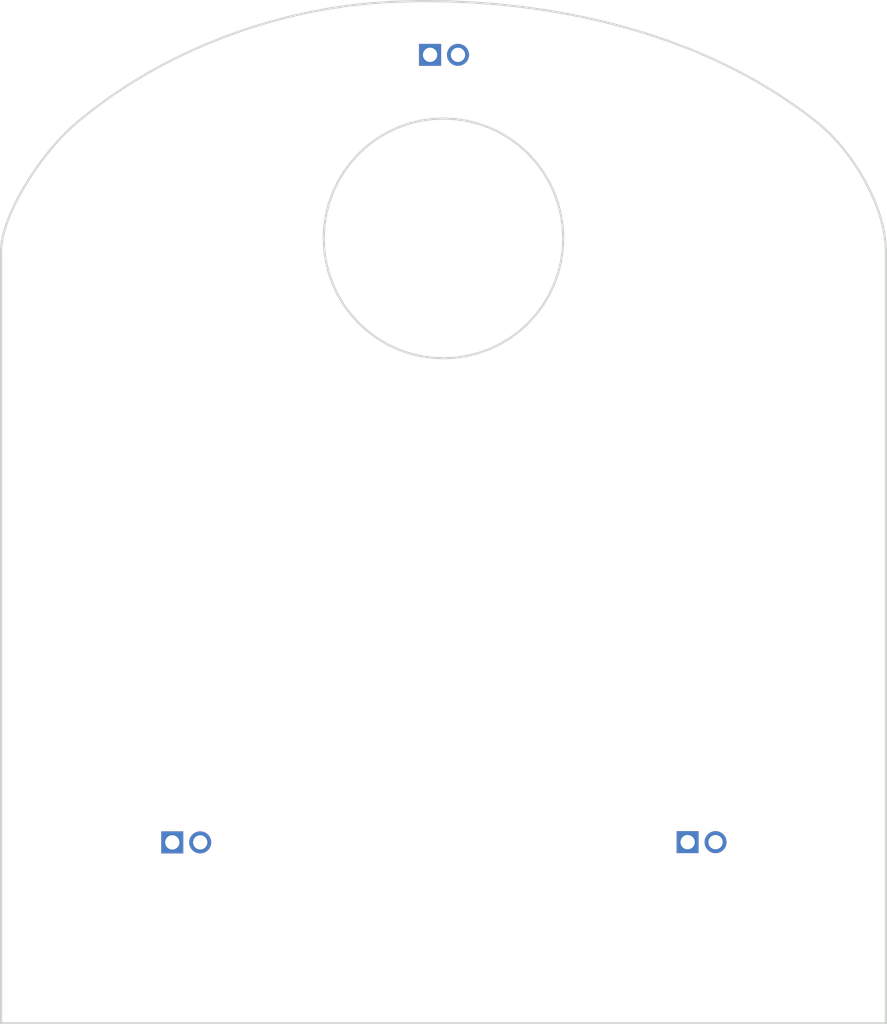
<source format=kicad_pcb>
(kicad_pcb (version 20171130) (host pcbnew "(5.1.5)-3")

  (general
    (thickness 1)
    (drawings 136)
    (tracks 0)
    (zones 0)
    (modules 3)
    (nets 1)
  )

  (page A4)
  (layers
    (0 F.Cu signal)
    (31 B.Cu signal)
    (32 B.Adhes user)
    (33 F.Adhes user)
    (34 B.Paste user)
    (35 F.Paste user)
    (36 B.SilkS user)
    (37 F.SilkS user)
    (38 B.Mask user)
    (39 F.Mask user)
    (40 Dwgs.User user)
    (41 Cmts.User user)
    (42 Eco1.User user)
    (43 Eco2.User user)
    (44 Edge.Cuts user)
    (45 Margin user)
    (46 B.CrtYd user)
    (47 F.CrtYd user)
    (48 B.Fab user)
    (49 F.Fab user)
  )

  (setup
    (last_trace_width 0.25)
    (trace_clearance 0.2)
    (zone_clearance 0.508)
    (zone_45_only no)
    (trace_min 0.2)
    (via_size 0.6)
    (via_drill 0.4)
    (via_min_size 0.4)
    (via_min_drill 0.3)
    (uvia_size 0.3)
    (uvia_drill 0.1)
    (uvias_allowed no)
    (uvia_min_size 0.2)
    (uvia_min_drill 0.1)
    (edge_width 0.15)
    (segment_width 0.2)
    (pcb_text_width 0.3)
    (pcb_text_size 1.5 1.5)
    (mod_edge_width 0.15)
    (mod_text_size 1 1)
    (mod_text_width 0.15)
    (pad_size 1.524 1.524)
    (pad_drill 0.762)
    (pad_to_mask_clearance 0.2)
    (aux_axis_origin 0 0)
    (visible_elements 7FFFFFFF)
    (pcbplotparams
      (layerselection 0x010f0_80000001)
      (usegerberextensions false)
      (usegerberattributes false)
      (usegerberadvancedattributes false)
      (creategerberjobfile false)
      (excludeedgelayer true)
      (linewidth 0.100000)
      (plotframeref false)
      (viasonmask false)
      (mode 1)
      (useauxorigin false)
      (hpglpennumber 1)
      (hpglpenspeed 20)
      (hpglpendiameter 15.000000)
      (psnegative false)
      (psa4output false)
      (plotreference true)
      (plotvalue true)
      (plotinvisibletext false)
      (padsonsilk false)
      (subtractmaskfromsilk false)
      (outputformat 1)
      (mirror false)
      (drillshape 1)
      (scaleselection 1)
      (outputdirectory "gerbers/"))
  )

  (net 0 "")

  (net_class Default "This is the default net class."
    (clearance 0.2)
    (trace_width 0.25)
    (via_dia 0.6)
    (via_drill 0.4)
    (uvia_dia 0.3)
    (uvia_drill 0.1)
  )

  (module Swadge_Parts:blade-plate-no-teeth (layer F.Cu) (tedit 5EC075C7) (tstamp 5EC07BE9)
    (at 0 0)
    (fp_text reference Ref** (at 0 0) (layer F.SilkS) hide
      (effects (font (size 1.27 1.27) (thickness 0.15)))
    )
    (fp_text value Val** (at 0 0) (layer F.SilkS) hide
      (effects (font (size 1.27 1.27) (thickness 0.15)))
    )
    (fp_poly (pts (xy 0.579929 -17.922827) (xy 1.071644 -17.858983) (xy 1.418167 -17.78504) (xy 2.053651 -17.577799)
      (xy 2.653373 -17.297126) (xy 3.211796 -16.948551) (xy 3.72338 -16.537601) (xy 4.182586 -16.069806)
      (xy 4.583877 -15.550693) (xy 4.921714 -14.985791) (xy 5.190557 -14.380628) (xy 5.356846 -13.853599)
      (xy 5.487551 -13.191077) (xy 5.537341 -12.533702) (xy 5.509722 -11.886933) (xy 5.408205 -11.256231)
      (xy 5.236297 -10.647056) (xy 4.997509 -10.064867) (xy 4.695347 -9.515126) (xy 4.333322 -9.003293)
      (xy 3.914942 -8.534827) (xy 3.443716 -8.115189) (xy 2.923152 -7.749839) (xy 2.35676 -7.444237)
      (xy 1.748047 -7.203844) (xy 1.100523 -7.03412) (xy 0.957538 -7.007552) (xy 0.689837 -6.974347)
      (xy 0.367062 -6.954464) (xy 0.016433 -6.947855) (xy -0.334824 -6.954468) (xy -0.659488 -6.974256)
      (xy -0.930336 -7.007168) (xy -0.9525 -7.011015) (xy -1.59728 -7.168925) (xy -2.220758 -7.40493)
      (xy -2.813373 -7.713446) (xy -3.365567 -8.088888) (xy -3.867778 -8.52567) (xy -4.241087 -8.932333)
      (xy -4.632396 -9.47166) (xy -4.952746 -10.051838) (xy -5.20042 -10.664995) (xy -5.373701 -11.303258)
      (xy -5.470872 -11.958756) (xy -5.485047 -12.446) (xy -5.334 -12.446) (xy -5.320665 -11.990553)
      (xy -5.27728 -11.583033) (xy -5.198773 -11.190468) (xy -5.080072 -10.779886) (xy -5.075637 -10.766335)
      (xy -4.832169 -10.158662) (xy -4.514697 -9.585813) (xy -4.129096 -9.054543) (xy -3.68124 -8.571609)
      (xy -3.177003 -8.143768) (xy -2.622262 -7.777776) (xy -2.349164 -7.630755) (xy -1.99993 -7.475749)
      (xy -1.603337 -7.333121) (xy -1.196691 -7.214936) (xy -0.817298 -7.13326) (xy -0.804333 -7.131106)
      (xy -0.562879 -7.104094) (xy -0.265973 -7.090074) (xy 0.061063 -7.088483) (xy 0.392908 -7.098756)
      (xy 0.704241 -7.120327) (xy 0.969742 -7.152634) (xy 1.0795 -7.173097) (xy 1.74222 -7.358596)
      (xy 2.360151 -7.615574) (xy 2.936405 -7.945694) (xy 3.47409 -8.350619) (xy 3.749422 -8.600895)
      (xy 4.210995 -9.103302) (xy 4.59708 -9.643646) (xy 4.906778 -10.219802) (xy 5.13919 -10.829644)
      (xy 5.293416 -11.471047) (xy 5.368557 -12.141887) (xy 5.376334 -12.446) (xy 5.336293 -13.129125)
      (xy 5.216773 -13.783749) (xy 5.018671 -14.407747) (xy 4.742887 -14.998994) (xy 4.390319 -15.555366)
      (xy 3.961868 -16.074737) (xy 3.749422 -16.291105) (xy 3.230005 -16.739607) (xy 2.680108 -17.10919)
      (xy 2.098405 -17.400428) (xy 1.483569 -17.613892) (xy 0.834272 -17.750155) (xy 0.232834 -17.80668)
      (xy -0.423356 -17.794042) (xy -1.066089 -17.700902) (xy -1.688722 -17.53115) (xy -2.28461 -17.288678)
      (xy -2.847109 -16.977375) (xy -3.369574 -16.601133) (xy -3.845361 -16.163841) (xy -4.267825 -15.66939)
      (xy -4.630321 -15.121671) (xy -4.759604 -14.883521) (xy -5.013129 -14.311557) (xy -5.190916 -13.732248)
      (xy -5.296611 -13.130123) (xy -5.333861 -12.489708) (xy -5.334 -12.446) (xy -5.485047 -12.446)
      (xy -5.490215 -12.623614) (xy -5.430014 -13.289962) (xy -5.314512 -13.853599) (xy -5.10648 -14.490345)
      (xy -4.825848 -15.08923) (xy -4.478011 -15.645331) (xy -4.068367 -16.153724) (xy -3.602312 -16.609486)
      (xy -3.085243 -17.007693) (xy -2.522557 -17.343422) (xy -1.919649 -17.611748) (xy -1.281917 -17.80775)
      (xy -0.893321 -17.88717) (xy -0.434137 -17.938316) (xy 0.067474 -17.949736) (xy 0.579929 -17.922827)) (layer F.Fab) (width 0.01))
    (fp_poly (pts (xy 0.166553 -23.274805) (xy 0.585445 -23.268112) (xy 0.956334 -23.257308) (xy 1.216092 -23.245211)
      (xy 2.819107 -23.118858) (xy 4.382433 -22.926532) (xy 5.904043 -22.66892) (xy 7.381911 -22.346708)
      (xy 8.814009 -21.960581) (xy 10.198311 -21.511226) (xy 11.532789 -20.999328) (xy 12.815417 -20.425574)
      (xy 14.044168 -19.790649) (xy 15.217014 -19.09524) (xy 16.33193 -18.340032) (xy 16.848667 -17.954376)
      (xy 17.416796 -17.470989) (xy 17.95219 -16.924842) (xy 18.447814 -16.32698) (xy 18.896632 -15.688448)
      (xy 19.291608 -15.02029) (xy 19.625706 -14.333551) (xy 19.891889 -13.639277) (xy 20.083122 -12.94851)
      (xy 20.105794 -12.841517) (xy 20.193 -12.411534) (xy 20.193 23.283333) (xy -20.151255 23.283333)
      (xy -20.151178 23.156333) (xy -20.024162 23.156333) (xy 20.066 23.156333) (xy 20.066 5.466545)
      (xy 20.066031 3.995631) (xy 20.066103 2.606929) (xy 20.066184 1.297988) (xy 20.066245 0.066353)
      (xy 20.066255 -1.09043) (xy 20.066182 -2.174813) (xy 20.065996 -3.18925) (xy 20.065666 -4.136194)
      (xy 20.065161 -5.0181) (xy 20.06445 -5.83742) (xy 20.063503 -6.596608) (xy 20.062289 -7.298117)
      (xy 20.060777 -7.944401) (xy 20.058935 -8.537913) (xy 20.056734 -9.081107) (xy 20.054143 -9.576436)
      (xy 20.05113 -10.026354) (xy 20.047665 -10.433313) (xy 20.043717 -10.799768) (xy 20.039255 -11.128172)
      (xy 20.034249 -11.420979) (xy 20.028667 -11.680641) (xy 20.022478 -11.909613) (xy 20.015653 -12.110347)
      (xy 20.00816 -12.285298) (xy 19.999968 -12.436918) (xy 19.991047 -12.567661) (xy 19.981365 -12.679981)
      (xy 19.970892 -12.776331) (xy 19.959597 -12.859165) (xy 19.947449 -12.930935) (xy 19.934417 -12.994095)
      (xy 19.920472 -13.0511) (xy 19.90558 -13.104402) (xy 19.889713 -13.156454) (xy 19.872839 -13.209711)
      (xy 19.854927 -13.266625) (xy 19.835947 -13.32965) (xy 19.829624 -13.351575) (xy 19.637711 -13.915914)
      (xy 19.380974 -14.502642) (xy 19.069811 -15.09529) (xy 18.71462 -15.677389) (xy 18.325801 -16.232471)
      (xy 17.913751 -16.744067) (xy 17.488869 -17.195708) (xy 17.280186 -17.389218) (xy 16.564538 -17.977953)
      (xy 15.773214 -18.551764) (xy 14.914502 -19.106588) (xy 13.996695 -19.638357) (xy 13.028082 -20.143008)
      (xy 12.016955 -20.616476) (xy 10.971602 -21.054695) (xy 9.900316 -21.4536) (xy 8.811386 -21.809127)
      (xy 7.713104 -22.11721) (xy 7.5565 -22.156968) (xy 6.113511 -22.48357) (xy 4.654152 -22.743657)
      (xy 3.168189 -22.938541) (xy 1.645382 -23.069536) (xy 0.075495 -23.137954) (xy -0.127 -23.142217)
      (xy -1.178175 -23.148331) (xy -2.165465 -23.125036) (xy -3.105005 -23.070587) (xy -4.012927 -22.98324)
      (xy -4.905368 -22.861251) (xy -5.79846 -22.702877) (xy -6.708337 -22.506372) (xy -7.2638 -22.37077)
      (xy -8.553889 -22.002371) (xy -9.843034 -21.553121) (xy -11.122044 -21.026433) (xy -12.043833 -20.595118)
      (xy -12.943273 -20.132839) (xy -13.77801 -19.661372) (xy -14.567935 -19.168091) (xy -15.332942 -18.640367)
      (xy -16.092925 -18.065575) (xy -16.340666 -17.867731) (xy -16.908179 -17.368354) (xy -17.456557 -16.806973)
      (xy -17.977168 -16.196022) (xy -18.461382 -15.547936) (xy -18.900565 -14.875151) (xy -19.286088 -14.190101)
      (xy -19.609319 -13.505221) (xy -19.861625 -12.832946) (xy -19.883681 -12.7635) (xy -20.0025 -12.3825)
      (xy -20.013331 5.386917) (xy -20.024162 23.156333) (xy -20.151178 23.156333) (xy -20.140378 5.386917)
      (xy -20.1295 -12.5095) (xy -19.949005 -13.034162) (xy -19.678157 -13.720316) (xy -19.334734 -14.421483)
      (xy -18.926269 -15.125281) (xy -18.460299 -15.819326) (xy -17.944359 -16.491233) (xy -17.600714 -16.893482)
      (xy -17.169141 -17.341953) (xy -16.663345 -17.803604) (xy -16.091601 -18.27259) (xy -15.462188 -18.743066)
      (xy -14.783384 -19.209186) (xy -14.063464 -19.665106) (xy -13.310708 -20.104979) (xy -12.533391 -20.522961)
      (xy -12.276666 -20.653212) (xy -11.026825 -21.238056) (xy -9.76705 -21.746821) (xy -8.488913 -22.181953)
      (xy -7.183987 -22.545901) (xy -5.843842 -22.84111) (xy -4.460052 -23.070029) (xy -3.575074 -23.179895)
      (xy -3.321028 -23.202062) (xy -2.995611 -23.221746) (xy -2.612086 -23.238765) (xy -2.183716 -23.252939)
      (xy -1.723767 -23.264087) (xy -1.245502 -23.272029) (xy -0.762184 -23.276583) (xy -0.287078 -23.277569)
      (xy 0.166553 -23.274805)) (layer F.Fab) (width 0.01))
    (pad 1 thru_hole circle (at 0.66 -20.79 180) (size 1 1) (drill 0.65) (layers *.Cu *.Mask))
    (pad 2 thru_hole rect (at -0.61 -20.79 90) (size 1 1) (drill 0.65) (layers *.Cu *.Mask))
    (pad 1 thru_hole circle (at 12.38 15 180) (size 1 1) (drill 0.65) (layers *.Cu *.Mask))
    (pad 2 thru_hole rect (at 11.11 15 90) (size 1 1) (drill 0.65) (layers *.Cu *.Mask))
    (pad 2 thru_hole rect (at -12.34 15.01 90) (size 1 1) (drill 0.65) (layers *.Cu *.Mask))
    (pad 1 thru_hole circle (at -11.07 15.01 180) (size 1 1) (drill 0.65) (layers *.Cu *.Mask))
  )

  (module LOGO (layer F.Cu) (tedit 0) (tstamp 0)
    (at 0 0)
    (fp_text reference G*** (at 0 0) (layer F.SilkS) hide
      (effects (font (size 1.524 1.524) (thickness 0.3)))
    )
    (fp_text value LOGO (at 0.75 0) (layer F.SilkS) hide
      (effects (font (size 1.524 1.524) (thickness 0.3)))
    )
  )

  (module LOGO (layer F.Cu) (tedit 0) (tstamp 0)
    (at 0 0)
    (fp_text reference G*** (at 0 0) (layer F.SilkS) hide
      (effects (font (size 1.524 1.524) (thickness 0.3)))
    )
    (fp_text value LOGO (at 0.75 0) (layer F.SilkS) hide
      (effects (font (size 1.524 1.524) (thickness 0.3)))
    )
  )

  (gr_line (start -1.087151 -23.231668) (end -2.351157 -23.198078) (layer Edge.Cuts) (width 0.1))
  (gr_line (start -2.351157 -23.198078) (end -3.311305 -23.135033) (layer Edge.Cuts) (width 0.1))
  (gr_line (start -3.311305 -23.135033) (end -4.274037 -23.03168) (layer Edge.Cuts) (width 0.1))
  (gr_line (start -4.274037 -23.03168) (end -5.236769 -22.88957) (layer Edge.Cuts) (width 0.1))
  (gr_line (start -5.236769 -22.88957) (end -6.196917 -22.708186) (layer Edge.Cuts) (width 0.1))
  (gr_line (start -6.196917 -22.708186) (end -7.152931 -22.489078) (layer Edge.Cuts) (width 0.1))
  (gr_line (start -7.152931 -22.489078) (end -8.10171 -22.231729) (layer Edge.Cuts) (width 0.1))
  (gr_line (start -8.10171 -22.231729) (end -9.040671 -21.93769) (layer Edge.Cuts) (width 0.1))
  (gr_line (start -9.040671 -21.93769) (end -9.968263 -21.606961) (layer Edge.Cuts) (width 0.1))
  (gr_line (start -9.968263 -21.606961) (end -10.881902 -21.240058) (layer Edge.Cuts) (width 0.1))
  (gr_line (start -10.881902 -21.240058) (end -11.779005 -20.838016) (layer Edge.Cuts) (width 0.1))
  (gr_line (start -11.779005 -20.838016) (end -12.657504 -20.400833) (layer Edge.Cuts) (width 0.1))
  (gr_line (start -12.657504 -20.400833) (end -13.514299 -19.929544) (layer Edge.Cuts) (width 0.1))
  (gr_line (start -13.514299 -19.929544) (end -14.348357 -19.424665) (layer Edge.Cuts) (width 0.1))
  (gr_line (start -14.348357 -19.424665) (end -15.15606 -18.886714) (layer Edge.Cuts) (width 0.1))
  (gr_line (start -15.15606 -18.886714) (end -15.935857 -18.315689) (layer Edge.Cuts) (width 0.1))
  (gr_line (start -15.935857 -18.315689) (end -16.684649 -17.713142) (layer Edge.Cuts) (width 0.1))
  (gr_line (start -16.684649 -17.713142) (end -17.007626 -17.424787) (layer Edge.Cuts) (width 0.1))
  (gr_line (start -17.007626 -17.424787) (end -17.327503 -17.108011) (layer Edge.Cuts) (width 0.1))
  (gr_line (start -17.327503 -17.108011) (end -17.642729 -16.76643) (layer Edge.Cuts) (width 0.1))
  (gr_line (start -17.642729 -16.76643) (end -17.949687 -16.404178) (layer Edge.Cuts) (width 0.1))
  (gr_line (start -17.949687 -16.404178) (end -18.247344 -16.024873) (layer Edge.Cuts) (width 0.1))
  (gr_line (start -18.247344 -16.024873) (end -18.532081 -15.633682) (layer Edge.Cuts) (width 0.1))
  (gr_line (start -18.532081 -15.633682) (end -18.801315 -15.23319) (layer Edge.Cuts) (width 0.1))
  (gr_line (start -18.801315 -15.23319) (end -19.053496 -14.828047) (layer Edge.Cuts) (width 0.1))
  (gr_line (start -19.053496 -14.828047) (end -19.285006 -14.42187) (layer Edge.Cuts) (width 0.1))
  (gr_line (start -19.285006 -14.42187) (end -19.493779 -14.019311) (layer Edge.Cuts) (width 0.1))
  (gr_line (start -19.493779 -14.019311) (end -19.677747 -13.623469) (layer Edge.Cuts) (width 0.1))
  (gr_line (start -19.677747 -13.623469) (end -19.83381 -13.238996) (layer Edge.Cuts) (width 0.1))
  (gr_line (start -19.83381 -13.238996) (end -19.959384 -12.86951) (layer Edge.Cuts) (width 0.1))
  (gr_line (start -19.959384 -12.86951) (end -20.052401 -12.51966) (layer Edge.Cuts) (width 0.1))
  (gr_line (start -20.052401 -12.51966) (end -20.109762 -12.192549) (layer Edge.Cuts) (width 0.1))
  (gr_line (start -20.109762 -12.192549) (end -20.129399 -11.892309) (layer Edge.Cuts) (width 0.1))
  (gr_line (start -20.129399 -11.892309) (end -20.129399 23.233196) (layer Edge.Cuts) (width 0.1))
  (gr_line (start -20.129399 23.233196) (end 20.129642 23.233196) (layer Edge.Cuts) (width 0.1))
  (gr_line (start 20.129642 23.233196) (end 20.129642 -11.892309) (layer Edge.Cuts) (width 0.1))
  (gr_line (start 20.129642 -11.892309) (end 20.113105 -12.25301) (layer Edge.Cuts) (width 0.1))
  (gr_line (start 20.113105 -12.25301) (end 20.066081 -12.626631) (layer Edge.Cuts) (width 0.1))
  (gr_line (start 20.066081 -12.626631) (end 19.988566 -13.011103) (layer Edge.Cuts) (width 0.1))
  (gr_line (start 19.988566 -13.011103) (end 19.883661 -13.402811) (layer Edge.Cuts) (width 0.1))
  (gr_line (start 19.883661 -13.402811) (end 19.751888 -13.799169) (layer Edge.Cuts) (width 0.1))
  (gr_line (start 19.751888 -13.799169) (end 19.595308 -14.198111) (layer Edge.Cuts) (width 0.1))
  (gr_line (start 19.595308 -14.198111) (end 19.415473 -14.596536) (layer Edge.Cuts) (width 0.1))
  (gr_line (start 19.415473 -14.596536) (end 19.213935 -14.991861) (layer Edge.Cuts) (width 0.1))
  (gr_line (start 19.213935 -14.991861) (end 18.992243 -15.380984) (layer Edge.Cuts) (width 0.1))
  (gr_line (start 18.992243 -15.380984) (end 18.751948 -15.76184) (layer Edge.Cuts) (width 0.1))
  (gr_line (start 18.751948 -15.76184) (end 18.494599 -16.131326) (layer Edge.Cuts) (width 0.1))
  (gr_line (start 18.494599 -16.131326) (end 18.222263 -16.486343) (layer Edge.Cuts) (width 0.1))
  (gr_line (start 18.222263 -16.486343) (end 17.936495 -16.824824) (layer Edge.Cuts) (width 0.1))
  (gr_line (start 17.936495 -16.824824) (end 17.63832 -17.144184) (layer Edge.Cuts) (width 0.1))
  (gr_line (start 17.63832 -17.144184) (end 17.329294 -17.440807) (layer Edge.Cuts) (width 0.1))
  (gr_line (start 17.329294 -17.440807) (end 17.012003 -17.713142) (layer Edge.Cuts) (width 0.1))
  (gr_line (start 17.012003 -17.713142) (end 16.578436 -18.052139) (layer Edge.Cuts) (width 0.1))
  (gr_line (start 16.578436 -18.052139) (end 16.135052 -18.379251) (layer Edge.Cuts) (width 0.1))
  (gr_line (start 16.135052 -18.379251) (end 15.221414 -18.999368) (layer Edge.Cuts) (width 0.1))
  (gr_line (start 15.221414 -18.999368) (end 14.274185 -19.57401) (layer Edge.Cuts) (width 0.1))
  (gr_line (start 14.274185 -19.57401) (end 13.295433 -20.103694) (layer Edge.Cuts) (width 0.1))
  (gr_line (start 13.295433 -20.103694) (end 12.289294 -20.588935) (layer Edge.Cuts) (width 0.1))
  (gr_line (start 12.289294 -20.588935) (end 11.257316 -21.030769) (layer Edge.Cuts) (width 0.1))
  (gr_line (start 11.257316 -21.030769) (end 10.203631 -21.429711) (layer Edge.Cuts) (width 0.1))
  (gr_line (start 10.203631 -21.429711) (end 9.130312 -21.787312) (layer Edge.Cuts) (width 0.1))
  (gr_line (start 9.130312 -21.787312) (end 8.03994 -22.103055) (layer Edge.Cuts) (width 0.1))
  (gr_line (start 8.03994 -22.103055) (end 6.936649 -22.37849) (layer Edge.Cuts) (width 0.1))
  (gr_line (start 6.936649 -22.37849) (end 5.821988 -22.614135) (layer Edge.Cuts) (width 0.1))
  (gr_line (start 5.821988 -22.614135) (end 4.700092 -22.810505) (layer Edge.Cuts) (width 0.1))
  (gr_line (start 4.700092 -22.810505) (end 3.57303 -22.968635) (layer Edge.Cuts) (width 0.1))
  (gr_line (start 3.57303 -22.968635) (end 2.443383 -23.089558) (layer Edge.Cuts) (width 0.1))
  (gr_line (start 2.443383 -23.089558) (end 1.314769 -23.173274) (layer Edge.Cuts) (width 0.1))
  (gr_line (start 1.314769 -23.173274) (end 0.19029 -23.220816) (layer Edge.Cuts) (width 0.1))
  (gr_line (start 0.19029 -23.220816) (end -1.087151 -23.231668) (layer Edge.Cuts) (width 0.1))
  (gr_line (start -1.087151 -23.231668) (end -1.087151 -23.231668) (layer Edge.Cuts) (width 0.1))
  (gr_line (start 0.000121 -17.895043) (end 0.53859 -17.868688) (layer Edge.Cuts) (width 0.1))
  (gr_line (start 0.53859 -17.868688) (end 1.068273 -17.789623) (layer Edge.Cuts) (width 0.1))
  (gr_line (start 1.068273 -17.789623) (end 1.585037 -17.659399) (layer Edge.Cuts) (width 0.1))
  (gr_line (start 1.585037 -17.659399) (end 2.085782 -17.480081) (layer Edge.Cuts) (width 0.1))
  (gr_line (start 2.085782 -17.480081) (end 2.566373 -17.253222) (layer Edge.Cuts) (width 0.1))
  (gr_line (start 2.566373 -17.253222) (end 3.023709 -16.979337) (layer Edge.Cuts) (width 0.1))
  (gr_line (start 3.023709 -16.979337) (end 3.454174 -16.66101) (layer Edge.Cuts) (width 0.1))
  (gr_line (start 3.454174 -16.66101) (end 3.853632 -16.298758) (layer Edge.Cuts) (width 0.1))
  (gr_line (start 3.853632 -16.298758) (end 4.215884 -15.899299) (layer Edge.Cuts) (width 0.1))
  (gr_line (start 4.215884 -15.899299) (end 4.534211 -15.468835) (layer Edge.Cuts) (width 0.1))
  (gr_line (start 4.534211 -15.468835) (end 4.808096 -15.011498) (layer Edge.Cuts) (width 0.1))
  (gr_line (start 4.808096 -15.011498) (end 5.035472 -14.530907) (layer Edge.Cuts) (width 0.1))
  (gr_line (start 5.035472 -14.530907) (end 5.214273 -14.030163) (layer Edge.Cuts) (width 0.1))
  (gr_line (start 5.214273 -14.030163) (end 5.344498 -13.513398) (layer Edge.Cuts) (width 0.1))
  (gr_line (start 5.344498 -13.513398) (end 5.423563 -12.983715) (layer Edge.Cuts) (width 0.1))
  (gr_line (start 5.423563 -12.983715) (end 5.449918 -12.445246) (layer Edge.Cuts) (width 0.1))
  (gr_line (start 5.449918 -12.445246) (end 5.423563 -11.906261) (layer Edge.Cuts) (width 0.1))
  (gr_line (start 5.423563 -11.906261) (end 5.344498 -11.377095) (layer Edge.Cuts) (width 0.1))
  (gr_line (start 5.344498 -11.377095) (end 5.214273 -10.86033) (layer Edge.Cuts) (width 0.1))
  (gr_line (start 5.214273 -10.86033) (end 5.035472 -10.359586) (layer Edge.Cuts) (width 0.1))
  (gr_line (start 5.035472 -10.359586) (end 4.808096 -9.878995) (layer Edge.Cuts) (width 0.1))
  (gr_line (start 4.808096 -9.878995) (end 4.534211 -9.421658) (layer Edge.Cuts) (width 0.1))
  (gr_line (start 4.534211 -9.421658) (end 4.215884 -8.991194) (layer Edge.Cuts) (width 0.1))
  (gr_line (start 4.215884 -8.991194) (end 3.853632 -8.591218) (layer Edge.Cuts) (width 0.1))
  (gr_line (start 3.853632 -8.591218) (end 3.454174 -8.229483) (layer Edge.Cuts) (width 0.1))
  (gr_line (start 3.454174 -8.229483) (end 3.023709 -7.91064) (layer Edge.Cuts) (width 0.1))
  (gr_line (start 3.023709 -7.91064) (end 2.566373 -7.637271) (layer Edge.Cuts) (width 0.1))
  (gr_line (start 2.566373 -7.637271) (end 2.085782 -7.409895) (layer Edge.Cuts) (width 0.1))
  (gr_line (start 2.085782 -7.409895) (end 1.585037 -7.230578) (layer Edge.Cuts) (width 0.1))
  (gr_line (start 1.585037 -7.230578) (end 1.068273 -7.10087) (layer Edge.Cuts) (width 0.1))
  (gr_line (start 1.068273 -7.10087) (end 0.53859 -7.021805) (layer Edge.Cuts) (width 0.1))
  (gr_line (start 0.53859 -7.021805) (end 0.000121 -6.994933) (layer Edge.Cuts) (width 0.1))
  (gr_line (start 0.000121 -6.994933) (end -0.538864 -7.021805) (layer Edge.Cuts) (width 0.1))
  (gr_line (start -0.538864 -7.021805) (end -1.068031 -7.10087) (layer Edge.Cuts) (width 0.1))
  (gr_line (start -1.068031 -7.10087) (end -1.584795 -7.230578) (layer Edge.Cuts) (width 0.1))
  (gr_line (start -1.584795 -7.230578) (end -2.08554 -7.409895) (layer Edge.Cuts) (width 0.1))
  (gr_line (start -2.08554 -7.409895) (end -2.566131 -7.637271) (layer Edge.Cuts) (width 0.1))
  (gr_line (start -2.566131 -7.637271) (end -3.023467 -7.91064) (layer Edge.Cuts) (width 0.1))
  (gr_line (start -3.023467 -7.91064) (end -3.453932 -8.229483) (layer Edge.Cuts) (width 0.1))
  (gr_line (start -3.453932 -8.229483) (end -3.853907 -8.591218) (layer Edge.Cuts) (width 0.1))
  (gr_line (start -3.853907 -8.591218) (end -4.215642 -8.991194) (layer Edge.Cuts) (width 0.1))
  (gr_line (start -4.215642 -8.991194) (end -4.534486 -9.421658) (layer Edge.Cuts) (width 0.1))
  (gr_line (start -4.534486 -9.421658) (end -4.807854 -9.878995) (layer Edge.Cuts) (width 0.1))
  (gr_line (start -4.807854 -9.878995) (end -5.035231 -10.359586) (layer Edge.Cuts) (width 0.1))
  (gr_line (start -5.035231 -10.359586) (end -5.214548 -10.86033) (layer Edge.Cuts) (width 0.1))
  (gr_line (start -5.214548 -10.86033) (end -5.344256 -11.377095) (layer Edge.Cuts) (width 0.1))
  (gr_line (start -5.344256 -11.377095) (end -5.423321 -11.906261) (layer Edge.Cuts) (width 0.1))
  (gr_line (start -5.423321 -11.906261) (end -5.450192 -12.445246) (layer Edge.Cuts) (width 0.1))
  (gr_line (start -5.450192 -12.445246) (end -5.423321 -12.983715) (layer Edge.Cuts) (width 0.1))
  (gr_line (start -5.423321 -12.983715) (end -5.344256 -13.513398) (layer Edge.Cuts) (width 0.1))
  (gr_line (start -5.344256 -13.513398) (end -5.214548 -14.030163) (layer Edge.Cuts) (width 0.1))
  (gr_line (start -5.214548 -14.030163) (end -5.035231 -14.530907) (layer Edge.Cuts) (width 0.1))
  (gr_line (start -5.035231 -14.530907) (end -4.807854 -15.011498) (layer Edge.Cuts) (width 0.1))
  (gr_line (start -4.807854 -15.011498) (end -4.534486 -15.468835) (layer Edge.Cuts) (width 0.1))
  (gr_line (start -4.534486 -15.468835) (end -4.215642 -15.899299) (layer Edge.Cuts) (width 0.1))
  (gr_line (start -4.215642 -15.899299) (end -3.853907 -16.298758) (layer Edge.Cuts) (width 0.1))
  (gr_line (start -3.853907 -16.298758) (end -3.453932 -16.66101) (layer Edge.Cuts) (width 0.1))
  (gr_line (start -3.453932 -16.66101) (end -3.023467 -16.979337) (layer Edge.Cuts) (width 0.1))
  (gr_line (start -3.023467 -16.979337) (end -2.566131 -17.253222) (layer Edge.Cuts) (width 0.1))
  (gr_line (start -2.566131 -17.253222) (end -2.08554 -17.480081) (layer Edge.Cuts) (width 0.1))
  (gr_line (start -2.08554 -17.480081) (end -1.584795 -17.659399) (layer Edge.Cuts) (width 0.1))
  (gr_line (start -1.584795 -17.659399) (end -1.068031 -17.789623) (layer Edge.Cuts) (width 0.1))
  (gr_line (start -1.068031 -17.789623) (end -0.538864 -17.868688) (layer Edge.Cuts) (width 0.1))
  (gr_line (start -0.538864 -17.868688) (end 0.000121 -17.895043) (layer Edge.Cuts) (width 0.1))
  (gr_line (start 0.000121 -17.895043) (end 0.000121 -17.895043) (layer Edge.Cuts) (width 0.1))

)

</source>
